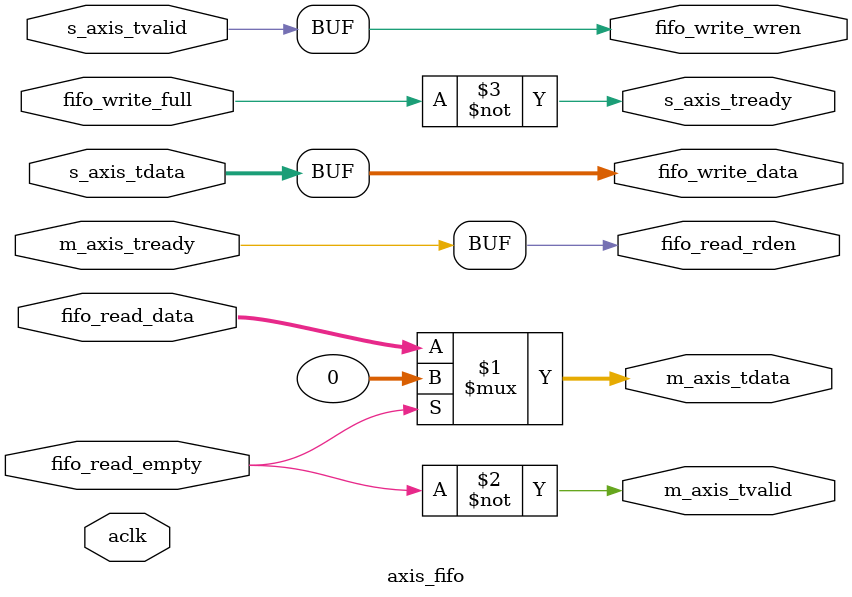
<source format=v>

`timescale 1 ns / 1 ps

module axis_fifo #
(
  parameter integer S_AXIS_TDATA_WIDTH = 32,
  parameter integer M_AXIS_TDATA_WIDTH = 32
)
(
  // System signals
  input  wire                          aclk,

  // Slave side
  output wire                          s_axis_tready,
  input  wire [S_AXIS_TDATA_WIDTH-1:0] s_axis_tdata,
  input  wire                          s_axis_tvalid,

  // Master side
  input  wire                          m_axis_tready,
  output wire [M_AXIS_TDATA_WIDTH-1:0] m_axis_tdata,
  output wire                          m_axis_tvalid,

  // FIFO_WRITE port
  input  wire                          fifo_write_full,
  output wire [S_AXIS_TDATA_WIDTH-1:0] fifo_write_data,
  output wire                          fifo_write_wren,

  // FIFO_READ port
  input  wire                          fifo_read_empty,
  input  wire [M_AXIS_TDATA_WIDTH-1:0] fifo_read_data,
  output wire                          fifo_read_rden
);

  assign m_axis_tdata = fifo_read_empty ? {(M_AXIS_TDATA_WIDTH){1'b0}} : fifo_read_data;
  assign m_axis_tvalid = ~fifo_read_empty; // 1'b1;

  assign s_axis_tready = ~fifo_write_full; // 1'b1;

  assign fifo_read_rden = m_axis_tready;

  assign fifo_write_data = s_axis_tdata;
  assign fifo_write_wren = s_axis_tvalid;

endmodule

</source>
